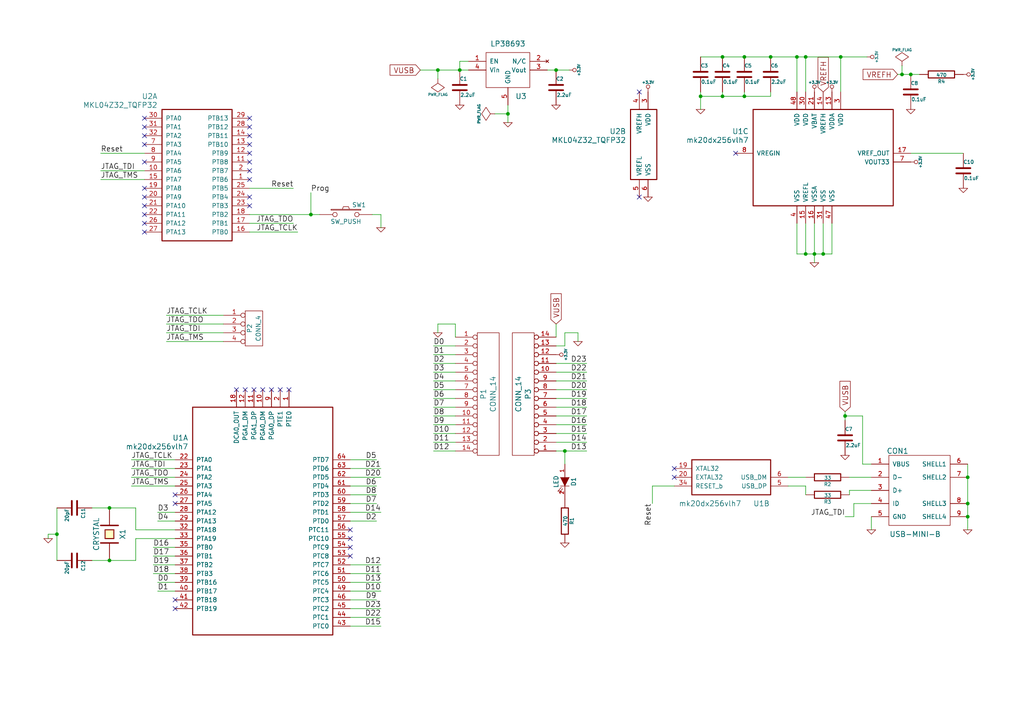
<source format=kicad_sch>
(kicad_sch (version 20230121) (generator eeschema)
  (paper "A4")
  (title_block (title "Custom Teensy") (rev "V1") (company "USST") (comment 1 "Carl Hofmeister"))
  (lib_symbols
    (symbol "CustomTeensy-rescue:+3.3V" (power) (pin_names (offset 0))
      (property "Value" "+3.3V" (at 0 2.794 0))
      (symbol "+3.3V_0_0"
        (pin power_in line (at 0 0 90) (length 0) hide (name "+3.3V") (number "1"))
      )
      (symbol "+3.3V_0_1"
        (polyline (pts (xy 0 0) (xy 0 1.016) (xy 0 1.016)))
        (circle (center 0 1.524) (radius 0.508))
      )
    )
    (symbol "CustomTeensy-rescue:C" (pin_numbers hide) (pin_names (offset 0.254))
      (property "Reference" "C" (at 0 2.54 0))
      (property "Value" "C" (at 0.1524 -2.159 0))
      (symbol "C_0_1"
        (polyline (pts (xy -2.032 -0.762) (xy 2.032 -0.762)) (stroke (width 0.508)))
        (polyline (pts (xy -2.032 0.762) (xy 2.032 0.762)) (stroke (width 0.508)))
      )
      (symbol "C_1_1"
        (pin passive line (at 0 5.08 270) (length 4.318) (name "~") (number "1"))
        (pin passive line (at 0 -5.08 90) (length 4.318) (name "~") (number "2"))
      )
    )
    (symbol "CustomTeensy-rescue:CONN_14" (pin_names (offset 1.016) hide)
      (property "Reference" "P" (at -0.762 0 90))
      (property "Value" "CONN_14" (at 2.032 0 90))
      (symbol "CONN_14_0_1"
        (rectangle (start -2.54 17.78) (end 3.81 -17.78))
      )
      (symbol "CONN_14_1_1"
        (pin passive inverted (at -8.89 16.51 0) (length 6.35) (name "P1") (number "1"))
        (pin passive inverted (at -8.89 -6.35 0) (length 6.35) (name "P10") (number "10"))
        (pin passive inverted (at -8.89 -8.89 0) (length 6.35) (name "P11") (number "11"))
        (pin passive inverted (at -8.89 -11.43 0) (length 6.35) (name "P12") (number "12"))
        (pin passive inverted (at -8.89 -13.97 0) (length 6.35) (name "P13") (number "13"))
        (pin passive inverted (at -8.89 -16.51 0) (length 6.35) (name "P14") (number "14"))
        (pin passive inverted (at -8.89 13.97 0) (length 6.35) (name "P2") (number "2"))
        (pin passive inverted (at -8.89 11.43 0) (length 6.35) (name "P3") (number "3"))
        (pin passive inverted (at -8.89 8.89 0) (length 6.35) (name "P4") (number "4"))
        (pin passive inverted (at -8.89 6.35 0) (length 6.35) (name "P5") (number "5"))
        (pin passive inverted (at -8.89 3.81 0) (length 6.35) (name "P6") (number "6"))
        (pin passive inverted (at -8.89 1.27 0) (length 6.35) (name "P7") (number "7"))
        (pin passive inverted (at -8.89 -1.27 0) (length 6.35) (name "P8") (number "8"))
        (pin passive inverted (at -8.89 -3.81 0) (length 6.35) (name "P9") (number "9"))
      )
    )
    (symbol "CustomTeensy-rescue:CONN_4" (pin_names (offset 1.016) hide)
      (property "Reference" "P" (at -1.27 0 90))
      (property "Value" "CONN_4" (at 1.27 0 90))
      (symbol "CONN_4_0_1"
        (rectangle (start -2.54 5.08) (end 2.54 -5.08))
      )
      (symbol "CONN_4_1_1"
        (pin passive inverted (at -8.89 3.81 0) (length 6.35) (name "P1") (number "1"))
        (pin passive inverted (at -8.89 1.27 0) (length 6.35) (name "P2") (number "2"))
        (pin passive inverted (at -8.89 -1.27 0) (length 6.35) (name "P3") (number "3"))
        (pin passive inverted (at -8.89 -3.81 0) (length 6.35) (name "P4") (number "4"))
      )
    )
    (symbol "CustomTeensy-rescue:CRYSTAL" (pin_numbers hide) (pin_names (offset 1.016) hide)
      (property "Reference" "X" (at 0 3.81 0))
      (property "Value" "CRYSTAL" (at 0 -3.81 0))
      (symbol "CRYSTAL_0_1"
        (polyline (pts (xy -2.54 2.54) (xy -2.54 -2.54)) (stroke (width 0.4064)))
        (polyline (pts (xy 2.54 2.54) (xy 2.54 -2.54)) (stroke (width 0.4064)))
        (polyline (pts (xy -1.27 1.27) (xy 1.27 1.27) (xy 1.27 -1.27) (xy -1.27 -1.27) (xy -1.27 1.27)) (stroke (width 0.3048)) (fill (type background)))
      )
      (symbol "CRYSTAL_1_1"
        (pin passive line (at -7.62 0 0) (length 5.08) (name "1") (number "1"))
        (pin passive line (at 7.62 0 180) (length 5.08) (name "2") (number "2"))
      )
    )
    (symbol "CustomTeensy-rescue:GND" (power) (pin_names (offset 0))
      (symbol "GND_0_1"
        (polyline (pts (xy -1.27 0) (xy 0 -1.27) (xy 1.27 0) (xy -1.27 0)))
      )
      (symbol "GND_1_1"
        (pin power_in line (at 0 0 90) (length 0) hide (name "GND") (number "1"))
      )
    )
    (symbol "CustomTeensy-rescue:LED" (pin_names (offset 1.016) hide)
      (property "Reference" "D" (at 0 2.54 0))
      (property "Value" "LED" (at 0 -2.54 0))
      (symbol "LED_0_1"
        (polyline (pts (xy 1.27 1.27) (xy 1.27 -1.27)))
        (polyline (pts (xy -1.27 1.27) (xy 1.27 0) (xy -1.27 -1.27)) (fill (type outline)))
        (polyline (pts (xy 1.651 -1.016) (xy 2.794 -2.032) (xy 2.667 -1.397)))
        (polyline (pts (xy 2.032 -0.635) (xy 3.175 -1.651) (xy 3.048 -1.016)))
      )
      (symbol "LED_1_1"
        (pin passive line (at -5.08 0 0) (length 3.81) (name "A") (number "1"))
        (pin passive line (at 5.08 0 180) (length 3.81) (name "K") (number "2"))
      )
    )
    (symbol "CustomTeensy-rescue:LP38693" (pin_names (offset 1.016))
      (property "Reference" "U" (at 3.81 -7.62 0))
      (property "Value" "LP38693" (at 0 7.62 0))
      (symbol "LP38693_0_1"
        (rectangle (start -6.35 5.08) (end 6.35 -5.08))
      )
      (symbol "LP38693_1_1"
        (pin power_in line (at -11.43 2.54 0) (length 5.08) (name "EN") (number "1"))
        (pin no_connect line (at 11.43 2.54 180) (length 5.08) (name "N/C") (number "2"))
        (pin power_out line (at 11.43 0 180) (length 5.08) (name "Vout") (number "3"))
        (pin power_in line (at -11.43 0 0) (length 5.08) (name "Vin") (number "4"))
        (pin power_in line (at 0 -10.16 90) (length 5.08) (name "GND") (number "5"))
      )
    )
    (symbol "CustomTeensy-rescue:MKL04Z32_TQFP32" (pin_names (offset 1.016))
      (property "Reference" "U" (at 3.81 6.35 0))
      (property "Value" "MKL04Z32_TQFP32" (at 3.81 3.81 0))
      (symbol "MKL04Z32_TQFP32_1_1"
        (rectangle (start 5.08 2.54) (end 25.4 -35.56) (stroke (width 0.3048)))
        (pin bidirectional line (at 30.48 -17.78 180) (length 5.08) (name "PTB6") (number "1"))
        (pin bidirectional line (at 0 -15.24 0) (length 5.08) (name "PTA6") (number "10"))
        (pin bidirectional line (at 30.48 -12.7 180) (length 5.08) (name "PTB8") (number "11"))
        (pin bidirectional line (at 30.48 -10.16 180) (length 5.08) (name "PTB9") (number "12"))
        (pin bidirectional line (at 30.48 -7.62 180) (length 5.08) (name "PTB10") (number "13"))
        (pin bidirectional line (at 30.48 -5.08 180) (length 5.08) (name "PTB11") (number "14"))
        (pin bidirectional line (at 0 -17.78 0) (length 5.08) (name "PTA7") (number "15"))
        (pin bidirectional line (at 30.48 -33.02 180) (length 5.08) (name "PTB0") (number "16"))
        (pin bidirectional line (at 30.48 -30.48 180) (length 5.08) (name "PTB1") (number "17"))
        (pin bidirectional line (at 30.48 -27.94 180) (length 5.08) (name "PTB2") (number "18"))
        (pin bidirectional line (at 0 -20.32 0) (length 5.08) (name "PTA8") (number "19"))
        (pin bidirectional line (at 30.48 -15.24 180) (length 5.08) (name "PTB7") (number "2"))
        (pin bidirectional line (at 0 -22.86 0) (length 5.08) (name "PTA9") (number "20"))
        (pin bidirectional line (at 0 -25.4 0) (length 5.08) (name "PTA10") (number "21"))
        (pin bidirectional line (at 0 -27.94 0) (length 5.08) (name "PTA11") (number "22"))
        (pin bidirectional line (at 30.48 -25.4 180) (length 5.08) (name "PTB3") (number "23"))
        (pin bidirectional line (at 30.48 -22.86 180) (length 5.08) (name "PTB4") (number "24"))
        (pin bidirectional line (at 30.48 -20.32 180) (length 5.08) (name "PTB5") (number "25"))
        (pin bidirectional line (at 0 -30.48 0) (length 5.08) (name "PTA12") (number "26"))
        (pin bidirectional line (at 0 -33.02 0) (length 5.08) (name "PTA13") (number "27"))
        (pin bidirectional line (at 30.48 -2.54 180) (length 5.08) (name "PTB12") (number "28"))
        (pin bidirectional line (at 30.48 0 180) (length 5.08) (name "PTB13") (number "29"))
        (pin bidirectional line (at 0 0 0) (length 5.08) (name "PTA0") (number "30"))
        (pin bidirectional line (at 0 -2.54 0) (length 5.08) (name "PTA1") (number "31"))
        (pin bidirectional line (at 0 -5.08 0) (length 5.08) (name "PTA2") (number "32"))
        (pin bidirectional line (at 0 -7.62 0) (length 5.08) (name "PTA3") (number "7"))
        (pin bidirectional line (at 0 -10.16 0) (length 5.08) (name "PTA4") (number "8"))
        (pin bidirectional line (at 0 -12.7 0) (length 5.08) (name "PTA5") (number "9"))
      )
      (symbol "MKL04Z32_TQFP32_2_1"
        (rectangle (start 5.08 12.7) (end 12.7 -7.62) (stroke (width 0.3048)))
        (pin power_in line (at 10.16 17.78 270) (length 5.08) (name "VDD") (number "3"))
        (pin power_in line (at 7.62 17.78 270) (length 5.08) (name "VREFH") (number "4"))
        (pin power_in line (at 7.62 -12.7 90) (length 5.08) (name "VREFL") (number "5"))
        (pin power_in line (at 10.16 -12.7 90) (length 5.08) (name "VSS") (number "6"))
      )
    )
    (symbol "CustomTeensy-rescue:PWR_FLAG" (power) (pin_numbers hide) (pin_names (offset 0) hide)
      (property "Value" "PWR_FLAG" (at 0 4.572 0))
      (symbol "PWR_FLAG_0_0"
        (pin power_out line (at 0 0 90) (length 0) (name "pwr") (number "1"))
      )
      (symbol "PWR_FLAG_0_1"
        (polyline (pts (xy 0 0) (xy 0 1.27) (xy -1.905 2.54) (xy 0 3.81) (xy 1.905 2.54) (xy 0 1.27)))
      )
    )
    (symbol "CustomTeensy-rescue:R" (pin_numbers hide) (pin_names (offset 0))
      (property "Reference" "R" (at 2.032 0 90))
      (property "Value" "R" (at 0.1778 0.0254 90))
      (symbol "R_0_1"
        (rectangle (start -1.016 3.81) (end 1.016 -3.81) (stroke (width 0.3048)))
      )
      (symbol "R_1_1"
        (pin passive line (at 0 6.35 270) (length 2.54) (name "~") (number "1"))
        (pin passive line (at 0 -6.35 90) (length 2.54) (name "~") (number "2"))
      )
    )
    (symbol "CustomTeensy-rescue:SW_PUSH" (pin_numbers hide) (pin_names (offset 1.016) hide)
      (property "Reference" "SW" (at 3.81 2.794 0))
      (property "Value" "SW_PUSH" (at 0 -2.032 0))
      (symbol "SW_PUSH_0_1"
        (rectangle (start -4.318 1.27) (end 4.318 1.524))
        (polyline (pts (xy -1.016 1.524) (xy -0.762 2.286) (xy 0.762 2.286) (xy 1.016 1.524)))
        (pin passive inverted (at -7.62 0 0) (length 5.08) (name "1") (number "1"))
        (pin passive inverted (at 7.62 0 180) (length 5.08) (name "2") (number "2"))
      )
    )
    (symbol "CustomTeensy-rescue:USB-MINI-B" (pin_names (offset 1.016))
      (property "Reference" "CON" (at -6.35 11.43 0))
      (property "Value" "USB-MINI-B" (at -1.27 -12.7 0))
      (symbol "USB-MINI-B_0_1"
        (rectangle (start -8.89 10.16) (end 8.89 -10.16))
      )
      (symbol "USB-MINI-B_1_1"
        (pin power_in line (at -13.97 7.62 0) (length 5.08) (name "VBUS") (number "1"))
        (pin bidirectional line (at -13.97 3.81 0) (length 5.08) (name "D-") (number "2"))
        (pin bidirectional line (at -13.97 0 0) (length 5.08) (name "D+") (number "3"))
        (pin bidirectional line (at -13.97 -3.81 0) (length 5.08) (name "ID") (number "4"))
        (pin power_in line (at -13.97 -7.62 0) (length 5.08) (name "GND") (number "5"))
        (pin bidirectional line (at 13.97 7.62 180) (length 5.08) (name "SHELL1") (number "6"))
        (pin bidirectional line (at 13.97 3.81 180) (length 5.08) (name "SHELL2") (number "7"))
        (pin bidirectional line (at 13.97 -3.81 180) (length 5.08) (name "SHELL3") (number "8"))
        (pin bidirectional line (at 13.97 -7.62 180) (length 5.08) (name "SHELL4") (number "9"))
      )
    )
    (symbol "CustomTeensy-rescue:mk20dx256vlh7" (pin_names (offset 1.016))
      (property "Reference" "U" (at 3.81 6.35 0))
      (property "Value" "mk20dx256vlh7" (at 3.81 3.81 0))
      (symbol "mk20dx256vlh7_1_1"
        (rectangle (start 5.08 15.24) (end 45.72 -50.8) (stroke (width 0.3048)))
        (pin bidirectional line (at 33.02 20.32 270) (length 5.08) (name "PTE0") (number "1"))
        (pin bidirectional line (at 25.4 20.32 270) (length 5.08) (name "PGA0_DM") (number "10"))
        (pin bidirectional line (at 22.86 20.32 270) (length 5.08) (name "PGA1_DP") (number "11"))
        (pin bidirectional line (at 20.32 20.32 270) (length 5.08) (name "PGA1_DM") (number "12"))
        (pin bidirectional line (at 17.78 20.32 270) (length 5.08) (name "DCA0_OUT") (number "18"))
        (pin bidirectional line (at 30.48 20.32 270) (length 5.08) (name "PTE1") (number "2"))
        (pin bidirectional line (at 0 0 0) (length 5.08) (name "PTA0") (number "22"))
        (pin bidirectional line (at 0 -2.54 0) (length 5.08) (name "PTA1") (number "23"))
        (pin bidirectional line (at 0 -5.08 0) (length 5.08) (name "PTA2") (number "24"))
        (pin bidirectional line (at 0 -7.62 0) (length 5.08) (name "PTA3") (number "25"))
        (pin bidirectional line (at 0 -10.16 0) (length 5.08) (name "PTA4") (number "26"))
        (pin bidirectional line (at 0 -12.7 0) (length 5.08) (name "PTA5") (number "27"))
        (pin bidirectional line (at 0 -15.24 0) (length 5.08) (name "PTA12") (number "28"))
        (pin bidirectional line (at 0 -17.78 0) (length 5.08) (name "PTA13") (number "29"))
        (pin bidirectional line (at 0 -20.32 0) (length 5.08) (name "PTA18") (number "32"))
        (pin bidirectional line (at 0 -22.86 0) (length 5.08) (name "PTA19") (number "33"))
        (pin bidirectional line (at 0 -25.4 0) (length 5.08) (name "PTB0") (number "35"))
        (pin bidirectional line (at 0 -27.94 0) (length 5.08) (name "PTB1") (number "36"))
        (pin bidirectional line (at 0 -30.48 0) (length 5.08) (name "PTB2") (number "37"))
        (pin bidirectional line (at 0 -33.02 0) (length 5.08) (name "PTB3") (number "38"))
        (pin bidirectional line (at 0 -35.56 0) (length 5.08) (name "PTB16") (number "39"))
        (pin bidirectional line (at 0 -38.1 0) (length 5.08) (name "PTB17") (number "40"))
        (pin bidirectional line (at 0 -40.64 0) (length 5.08) (name "PTB18") (number "41"))
        (pin bidirectional line (at 0 -43.18 0) (length 5.08) (name "PTB19") (number "42"))
        (pin bidirectional line (at 50.8 -48.26 180) (length 5.08) (name "PTC0") (number "43"))
        (pin bidirectional line (at 50.8 -45.72 180) (length 5.08) (name "PTC1") (number "44"))
        (pin bidirectional line (at 50.8 -43.18 180) (length 5.08) (name "PTC2") (number "45"))
        (pin bidirectional line (at 50.8 -40.64 180) (length 5.08) (name "PTC3") (number "46"))
        (pin bidirectional line (at 50.8 -38.1 180) (length 5.08) (name "PTC4") (number "49"))
        (pin bidirectional line (at 50.8 -35.56 180) (length 5.08) (name "PTC5") (number "50"))
        (pin bidirectional line (at 50.8 -33.02 180) (length 5.08) (name "PTC6") (number "51"))
        (pin bidirectional line (at 50.8 -30.48 180) (length 5.08) (name "PTC7") (number "52"))
        (pin bidirectional line (at 50.8 -27.94 180) (length 5.08) (name "PTC8") (number "53"))
        (pin bidirectional line (at 50.8 -25.4 180) (length 5.08) (name "PTC9") (number "54"))
        (pin bidirectional line (at 50.8 -22.86 180) (length 5.08) (name "PTC10") (number "55"))
        (pin bidirectional line (at 50.8 -20.32 180) (length 5.08) (name "PTC11") (number "56"))
        (pin bidirectional line (at 50.8 -17.78 180) (length 5.08) (name "PTD0") (number "57"))
        (pin bidirectional line (at 50.8 -15.24 180) (length 5.08) (name "PTD1") (number "58"))
        (pin bidirectional line (at 50.8 -12.7 180) (length 5.08) (name "PTD2") (number "59"))
        (pin bidirectional line (at 50.8 -10.16 180) (length 5.08) (name "PTD3") (number "60"))
        (pin bidirectional line (at 50.8 -7.62 180) (length 5.08) (name "PTD4") (number "61"))
        (pin bidirectional line (at 50.8 -5.08 180) (length 5.08) (name "PTD5") (number "62"))
        (pin bidirectional line (at 50.8 -2.54 180) (length 5.08) (name "PTD6") (number "63"))
        (pin bidirectional line (at 50.8 0 180) (length 5.08) (name "PTD7") (number "64"))
        (pin bidirectional line (at 27.94 20.32 270) (length 5.08) (name "PGA0_DP") (number "9"))
      )
      (symbol "mk20dx256vlh7_2_1"
        (rectangle (start 5.08 2.54) (end 27.94 -7.62) (stroke (width 0.3048)))
        (pin passive line (at 33.02 -5.08 180) (length 5.08) (name "XTAL32") (number "19"))
        (pin passive line (at 33.02 -2.54 180) (length 5.08) (name "EXTAL32") (number "20"))
        (pin input line (at 33.02 0 180) (length 5.08) (name "RESET_b") (number "34"))
        (pin bidirectional line (at 0 0 0) (length 5.08) (name "USB_DP") (number "5"))
        (pin bidirectional line (at 0 -2.54 0) (length 5.08) (name "USB_DM") (number "6"))
      )
      (symbol "mk20dx256vlh7_3_1"
        (rectangle (start 5.08 12.7) (end 45.72 -15.24) (stroke (width 0.3048)))
        (pin power_in line (at 27.94 17.78 270) (length 5.08) (name "VDDA") (number "13"))
        (pin power_in line (at 25.4 17.78 270) (length 5.08) (name "VREFH") (number "14"))
        (pin power_in line (at 20.32 -20.32 90) (length 5.08) (name "VREFL") (number "15"))
        (pin power_in line (at 22.86 -20.32 90) (length 5.08) (name "VSSA") (number "16"))
        (pin power_out line (at 50.8 0 180) (length 5.08) (name "VREF_OUT") (number "17"))
        (pin power_in line (at 22.86 17.78 270) (length 5.08) (name "VBAT") (number "21"))
        (pin power_in line (at 30.48 17.78 270) (length 5.08) (name "VDD") (number "3"))
        (pin power_in line (at 20.32 17.78 270) (length 5.08) (name "VDD") (number "30"))
        (pin power_in line (at 25.4 -20.32 90) (length 5.08) (name "VSS") (number "31"))
        (pin power_in line (at 17.78 -20.32 90) (length 5.08) (name "VSS") (number "4"))
        (pin power_in line (at 27.94 -20.32 90) (length 5.08) (name "VSS") (number "47"))
        (pin power_in line (at 17.78 17.78 270) (length 5.08) (name "VDD") (number "48"))
        (pin power_in line (at 50.8 -2.54 180) (length 5.08) (name "VOUT33") (number "7"))
        (pin power_in line (at 0 0 0) (length 5.08) (name "VREGIN") (number "8"))
      )
    )
  )
  (junction (at 243.84 16.51))
  (junction (at 280.67 146.05))
  (junction (at 161.29 20.32))
  (junction (at 16.51 154.94))
  (junction (at 147.32 33.02))
  (junction (at 238.76 73.66))
  (junction (at 231.14 16.51))
  (junction (at 215.9 16.51))
  (junction (at 209.55 27.94))
  (junction (at 163.83 130.81))
  (junction (at 245.11 120.65))
  (junction (at 264.16 21.59))
  (junction (at 261.62 21.59))
  (junction (at 31.75 147.32))
  (junction (at 209.55 16.51))
  (junction (at 233.68 73.66))
  (junction (at 203.2 27.94))
  (junction (at 233.68 16.51))
  (junction (at 280.67 149.86))
  (junction (at 133.35 20.32))
  (junction (at 127 20.32))
  (junction (at 280.67 138.43))
  (junction (at 215.9 27.94))
  (junction (at 31.75 162.56))
  (junction (at 236.22 73.66))
  (junction (at 223.52 16.51))
  (junction (at 90.17 62.23))
  (no_connect (at 185.42 26.67))
  (no_connect (at 72.39 41.91))
  (no_connect (at 41.91 54.61))
  (no_connect (at 72.39 36.83))
  (no_connect (at 41.91 64.77))
  (no_connect (at 41.91 41.91))
  (no_connect (at 41.91 46.99))
  (no_connect (at 101.6 153.67))
  (no_connect (at 101.6 158.75))
  (no_connect (at 72.39 49.53))
  (no_connect (at 41.91 34.29))
  (no_connect (at 76.2 113.03))
  (no_connect (at 73.66 113.03))
  (no_connect (at 72.39 44.45))
  (no_connect (at 50.8 146.05))
  (no_connect (at 71.12 113.03))
  (no_connect (at 83.82 113.03))
  (no_connect (at 41.91 36.83))
  (no_connect (at 50.8 143.51))
  (no_connect (at 185.42 57.15))
  (no_connect (at 101.6 161.29))
  (no_connect (at 68.58 113.03))
  (no_connect (at 41.91 39.37))
  (no_connect (at 72.39 46.99))
  (no_connect (at 101.6 156.21))
  (no_connect (at 72.39 34.29))
  (no_connect (at 195.58 138.43))
  (no_connect (at 72.39 52.07))
  (no_connect (at 78.74 113.03))
  (no_connect (at 195.58 135.89))
  (no_connect (at 72.39 57.15))
  (no_connect (at 72.39 59.69))
  (no_connect (at 213.36 44.45))
  (no_connect (at 81.28 113.03))
  (no_connect (at 72.39 39.37))
  (no_connect (at 41.91 57.15))
  (no_connect (at 41.91 59.69))
  (no_connect (at 41.91 67.31))
  (no_connect (at 50.8 173.99))
  (no_connect (at 41.91 62.23))
  (no_connect (at 50.8 176.53))
  (wire (pts (xy 250.19 134.62) (xy 252.73 134.62)))
  (wire (pts (xy 163.83 100.33) (xy 163.83 96.52)))
  (wire (pts (xy 252.73 149.86) (xy 252.73 153.67)))
  (wire (pts (xy 109.22 151.13) (xy 101.6 151.13)))
  (wire (pts (xy 243.84 16.51) (xy 251.46 16.51)))
  (wire (pts (xy 161.29 123.19) (xy 170.18 123.19)))
  (wire (pts (xy 132.08 93.98) (xy 127 93.98)))
  (wire (pts (xy 64.77 91.44) (xy 48.26 91.44)))
  (wire (pts (xy 280.67 134.62) (xy 280.67 138.43)))
  (wire (pts (xy 203.2 27.94) (xy 203.2 31.75)))
  (wire (pts (xy 203.2 27.94) (xy 209.55 27.94)))
  (wire (pts (xy 132.08 97.79) (xy 132.08 93.98)))
  (wire (pts (xy 45.72 171.45) (xy 50.8 171.45)))
  (wire (pts (xy 48.26 99.06) (xy 64.77 99.06)))
  (wire (pts (xy 64.77 96.52) (xy 48.26 96.52)))
  (wire (pts (xy 90.17 62.23) (xy 92.71 62.23)))
  (wire (pts (xy 125.73 123.19) (xy 132.08 123.19)))
  (wire (pts (xy 264.16 21.59) (xy 266.7 21.59)))
  (wire (pts (xy 26.67 162.56) (xy 31.75 162.56)))
  (wire (pts (xy 121.92 20.32) (xy 127 20.32)))
  (wire (pts (xy 161.29 128.27) (xy 170.18 128.27)))
  (wire (pts (xy 132.08 125.73) (xy 125.73 125.73)))
  (wire (pts (xy 39.37 156.21) (xy 50.8 156.21)))
  (wire (pts (xy 16.51 147.32) (xy 16.51 154.94)))
  (wire (pts (xy 163.83 130.81) (xy 170.18 130.81)))
  (wire (pts (xy 45.72 168.91) (xy 50.8 168.91)))
  (wire (pts (xy 85.09 64.77) (xy 72.39 64.77)))
  (wire (pts (xy 127 20.32) (xy 127 22.86)))
  (wire (pts (xy 110.49 176.53) (xy 101.6 176.53)))
  (wire (pts (xy 109.22 140.97) (xy 101.6 140.97)))
  (wire (pts (xy 161.29 100.33) (xy 163.83 100.33)))
  (wire (pts (xy 250.19 120.65) (xy 250.19 134.62)))
  (wire (pts (xy 223.52 27.94) (xy 223.52 26.67)))
  (wire (pts (xy 110.49 62.23) (xy 110.49 66.04)))
  (wire (pts (xy 223.52 16.51) (xy 231.14 16.51)))
  (wire (pts (xy 31.75 162.56) (xy 39.37 162.56)))
  (wire (pts (xy 125.73 113.03) (xy 132.08 113.03)))
  (wire (pts (xy 132.08 105.41) (xy 125.73 105.41)))
  (wire (pts (xy 101.6 166.37) (xy 110.49 166.37)))
  (wire (pts (xy 215.9 16.51) (xy 223.52 16.51)))
  (wire (pts (xy 44.45 163.83) (xy 50.8 163.83)))
  (wire (pts (xy 135.89 17.78) (xy 133.35 17.78)))
  (wire (pts (xy 233.68 64.77) (xy 233.68 73.66)))
  (wire (pts (xy 233.68 26.67) (xy 233.68 16.51)))
  (wire (pts (xy 280.67 146.05) (xy 280.67 149.86)))
  (wire (pts (xy 110.49 163.83) (xy 101.6 163.83)))
  (wire (pts (xy 13.97 154.94) (xy 16.51 154.94)))
  (wire (pts (xy 247.65 146.05) (xy 252.73 146.05)))
  (wire (pts (xy 233.68 140.97) (xy 228.6 140.97)))
  (wire (pts (xy 143.51 33.02) (xy 147.32 33.02)))
  (wire (pts (xy 161.29 20.32) (xy 165.1 20.32)))
  (wire (pts (xy 132.08 120.65) (xy 125.73 120.65)))
  (wire (pts (xy 189.23 140.97) (xy 195.58 140.97)))
  (wire (pts (xy 101.6 179.07) (xy 110.49 179.07)))
  (wire (pts (xy 101.6 138.43) (xy 110.49 138.43)))
  (wire (pts (xy 31.75 147.32) (xy 39.37 147.32)))
  (wire (pts (xy 50.8 161.29) (xy 44.45 161.29)))
  (wire (pts (xy 261.62 21.59) (xy 264.16 21.59)))
  (wire (pts (xy 90.17 55.88) (xy 90.17 62.23)))
  (wire (pts (xy 236.22 73.66) (xy 236.22 76.2)))
  (wire (pts (xy 26.67 147.32) (xy 31.75 147.32)))
  (wire (pts (xy 245.11 120.65) (xy 245.11 121.92)))
  (wire (pts (xy 236.22 73.66) (xy 238.76 73.66)))
  (wire (pts (xy 163.83 130.81) (xy 163.83 134.62)))
  (wire (pts (xy 101.6 133.35) (xy 109.22 133.35)))
  (wire (pts (xy 110.49 148.59) (xy 101.6 148.59)))
  (wire (pts (xy 133.35 17.78) (xy 133.35 20.32)))
  (wire (pts (xy 170.18 125.73) (xy 161.29 125.73)))
  (wire (pts (xy 209.55 27.94) (xy 209.55 26.67)))
  (wire (pts (xy 38.1 135.89) (xy 50.8 135.89)))
  (wire (pts (xy 238.76 73.66) (xy 241.3 73.66)))
  (wire (pts (xy 228.6 138.43) (xy 233.68 138.43)))
  (wire (pts (xy 127 20.32) (xy 133.35 20.32)))
  (wire (pts (xy 39.37 147.32) (xy 39.37 153.67)))
  (wire (pts (xy 215.9 27.94) (xy 223.52 27.94)))
  (wire (pts (xy 132.08 115.57) (xy 125.73 115.57)))
  (wire (pts (xy 245.11 149.86) (xy 247.65 149.86)))
  (wire (pts (xy 110.49 135.89) (xy 101.6 135.89)))
  (wire (pts (xy 147.32 30.48) (xy 147.32 33.02)))
  (wire (pts (xy 132.08 130.81) (xy 125.73 130.81)))
  (wire (pts (xy 163.83 96.52) (xy 167.64 96.52)))
  (wire (pts (xy 161.29 93.98) (xy 161.29 97.79)))
  (wire (pts (xy 203.2 16.51) (xy 209.55 16.51)))
  (wire (pts (xy 125.73 128.27) (xy 132.08 128.27)))
  (wire (pts (xy 72.39 62.23) (xy 90.17 62.23)))
  (wire (pts (xy 161.29 130.81) (xy 163.83 130.81)))
  (wire (pts (xy 125.73 102.87) (xy 132.08 102.87)))
  (wire (pts (xy 170.18 110.49) (xy 161.29 110.49)))
  (wire (pts (xy 161.29 118.11) (xy 170.18 118.11)))
  (wire (pts (xy 101.6 143.51) (xy 109.22 143.51)))
  (wire (pts (xy 39.37 153.67) (xy 50.8 153.67)))
  (wire (pts (xy 38.1 133.35) (xy 50.8 133.35)))
  (wire (pts (xy 189.23 146.05) (xy 189.23 140.97)))
  (wire (pts (xy 125.73 100.33) (xy 132.08 100.33)))
  (wire (pts (xy 29.21 52.07) (xy 41.91 52.07)))
  (wire (pts (xy 167.64 96.52) (xy 167.64 99.06)))
  (wire (pts (xy 170.18 120.65) (xy 161.29 120.65)))
  (wire (pts (xy 127 93.98) (xy 127 96.52)))
  (wire (pts (xy 125.73 107.95) (xy 132.08 107.95)))
  (wire (pts (xy 101.6 173.99) (xy 109.22 173.99)))
  (wire (pts (xy 261.62 19.05) (xy 261.62 21.59)))
  (wire (pts (xy 231.14 73.66) (xy 233.68 73.66)))
  (wire (pts (xy 231.14 16.51) (xy 233.68 16.51)))
  (wire (pts (xy 161.29 107.95) (xy 170.18 107.95)))
  (wire (pts (xy 243.84 16.51) (xy 243.84 26.67)))
  (wire (pts (xy 231.14 64.77) (xy 231.14 73.66)))
  (wire (pts (xy 16.51 154.94) (xy 16.51 162.56)))
  (wire (pts (xy 158.75 20.32) (xy 161.29 20.32)))
  (wire (pts (xy 246.38 138.43) (xy 252.73 138.43)))
  (wire (pts (xy 233.68 16.51) (xy 243.84 16.51)))
  (wire (pts (xy 110.49 171.45) (xy 101.6 171.45)))
  (wire (pts (xy 280.67 138.43) (xy 280.67 146.05)))
  (wire (pts (xy 241.3 73.66) (xy 241.3 64.77)))
  (wire (pts (xy 233.68 73.66) (xy 236.22 73.66)))
  (wire (pts (xy 203.2 26.67) (xy 203.2 27.94)))
  (wire (pts (xy 86.36 67.31) (xy 72.39 67.31)))
  (wire (pts (xy 147.32 33.02) (xy 147.32 35.56)))
  (wire (pts (xy 161.29 113.03) (xy 170.18 113.03)))
  (wire (pts (xy 50.8 148.59) (xy 45.72 148.59)))
  (wire (pts (xy 264.16 44.45) (xy 279.4 44.45)))
  (wire (pts (xy 45.72 151.13) (xy 50.8 151.13)))
  (wire (pts (xy 44.45 158.75) (xy 50.8 158.75)))
  (wire (pts (xy 238.76 73.66) (xy 238.76 64.77)))
  (wire (pts (xy 233.68 143.51) (xy 233.68 140.97)))
  (wire (pts (xy 247.65 149.86) (xy 247.65 146.05)))
  (wire (pts (xy 280.67 149.86) (xy 280.67 153.67)))
  (wire (pts (xy 132.08 110.49) (xy 125.73 110.49)))
  (wire (pts (xy 170.18 115.57) (xy 161.29 115.57)))
  (wire (pts (xy 133.35 20.32) (xy 135.89 20.32)))
  (wire (pts (xy 250.19 120.65) (xy 245.11 120.65)))
  (wire (pts (xy 215.9 27.94) (xy 215.9 26.67)))
  (wire (pts (xy 13.97 156.21) (xy 13.97 154.94)))
  (wire (pts (xy 209.55 16.51) (xy 215.9 16.51)))
  (wire (pts (xy 29.21 44.45) (xy 41.91 44.45)))
  (wire (pts (xy 252.73 142.24) (xy 246.38 142.24)))
  (wire (pts (xy 125.73 118.11) (xy 132.08 118.11)))
  (wire (pts (xy 170.18 105.41) (xy 161.29 105.41)))
  (wire (pts (xy 85.09 54.61) (xy 72.39 54.61)))
  (wire (pts (xy 39.37 162.56) (xy 39.37 156.21)))
  (wire (pts (xy 110.49 168.91) (xy 101.6 168.91)))
  (wire (pts (xy 246.38 142.24) (xy 246.38 143.51)))
  (wire (pts (xy 29.21 49.53) (xy 41.91 49.53)))
  (wire (pts (xy 245.11 119.38) (xy 245.11 120.65)))
  (wire (pts (xy 107.95 62.23) (xy 110.49 62.23)))
  (wire (pts (xy 236.22 64.77) (xy 236.22 73.66)))
  (wire (pts (xy 110.49 181.61) (xy 101.6 181.61)))
  (wire (pts (xy 44.45 166.37) (xy 50.8 166.37)))
  (wire (pts (xy 109.22 146.05) (xy 101.6 146.05)))
  (wire (pts (xy 48.26 93.98) (xy 64.77 93.98)))
  (wire (pts (xy 38.1 138.43) (xy 50.8 138.43)))
  (wire (pts (xy 231.14 26.67) (xy 231.14 16.51)))
  (wire (pts (xy 209.55 27.94) (xy 215.9 27.94)))
  (wire (pts (xy 38.1 140.97) (xy 50.8 140.97)))
  (wire (pts (xy 260.35 21.59) (xy 261.62 21.59)))
  (label "D11" (at 125.73 128.27 0) (effects (font (size 1.524 1.524))))
  (label "D22" (at 170.18 107.95 180) (effects (font (size 1.524 1.524))))
  (label "JTAG_TDO" (at 85.09 64.77 180) (effects (font (size 1.524 1.524))))
  (label "JTAG_TDI" (at 29.21 49.53 0) (effects (font (size 1.524 1.524))))
  (label "D23" (at 170.18 105.41 180) (effects (font (size 1.524 1.524))))
  (label "JTAG_TDI" (at 245.11 149.86 180) (effects (font (size 1.524 1.524))))
  (label "D2" (at 109.22 151.13 180) (effects (font (size 1.524 1.524))))
  (label "D5" (at 125.73 113.03 0) (effects (font (size 1.524 1.524))))
  (label "D15" (at 110.49 181.61 180) (effects (font (size 1.524 1.524))))
  (label "D7" (at 109.22 146.05 180) (effects (font (size 1.524 1.524))))
  (label "D21" (at 170.18 110.49 180) (effects (font (size 1.524 1.524))))
  (label "D5" (at 109.22 133.35 180) (effects (font (size 1.524 1.524))))
  (label "D18" (at 170.18 118.11 180) (effects (font (size 1.524 1.524))))
  (label "D22" (at 110.49 179.07 180) (effects (font (size 1.524 1.524))))
  (label "Reset" (at 85.09 54.61 180) (effects (font (size 1.524 1.524))))
  (label "D21" (at 110.49 135.89 180) (effects (font (size 1.524 1.524))))
  (label "Reset" (at 189.23 146.05 270) (effects (font (size 1.524 1.524))))
  (label "D10" (at 125.73 125.73 0) (effects (font (size 1.524 1.524))))
  (label "D10" (at 110.49 171.45 180) (effects (font (size 1.524 1.524))))
  (label "D19" (at 44.45 163.83 0) (effects (font (size 1.524 1.524))))
  (label "D20" (at 170.18 113.03 180) (effects (font (size 1.524 1.524))))
  (label "JTAG_TMS" (at 48.26 99.06 0) (effects (font (size 1.524 1.524))))
  (label "D23" (at 110.49 176.53 180) (effects (font (size 1.524 1.524))))
  (label "JTAG_TDO" (at 48.26 93.98 0) (effects (font (size 1.524 1.524))))
  (label "D4" (at 125.73 110.49 0) (effects (font (size 1.524 1.524))))
  (label "D20" (at 110.49 138.43 180) (effects (font (size 1.524 1.524))))
  (label "D4" (at 45.72 151.13 0) (effects (font (size 1.524 1.524))))
  (label "D8" (at 125.73 120.65 0) (effects (font (size 1.524 1.524))))
  (label "JTAG_TCLK" (at 48.26 91.44 0) (effects (font (size 1.524 1.524))))
  (label "D13" (at 170.18 130.81 180) (effects (font (size 1.524 1.524))))
  (label "Reset" (at 29.21 44.45 0) (effects (font (size 1.524 1.524))))
  (label "JTAG_TDI" (at 38.1 135.89 0) (effects (font (size 1.524 1.524))))
  (label "JTAG_TMS" (at 38.1 140.97 0) (effects (font (size 1.524 1.524))))
  (label "D13" (at 110.49 168.91 180) (effects (font (size 1.524 1.524))))
  (label "D0" (at 45.72 168.91 0) (effects (font (size 1.524 1.524))))
  (label "D3" (at 45.72 148.59 0) (effects (font (size 1.524 1.524))))
  (label "D2" (at 125.73 105.41 0) (effects (font (size 1.524 1.524))))
  (label "D14" (at 170.18 128.27 180) (effects (font (size 1.524 1.524))))
  (label "D16" (at 44.45 158.75 0) (effects (font (size 1.524 1.524))))
  (label "D18" (at 44.45 166.37 0) (effects (font (size 1.524 1.524))))
  (label "D14" (at 110.49 148.59 180) (effects (font (size 1.524 1.524))))
  (label "JTAG_TDO" (at 38.1 138.43 0) (effects (font (size 1.524 1.524))))
  (label "D7" (at 125.73 118.11 0) (effects (font (size 1.524 1.524))))
  (label "D6" (at 125.73 115.57 0) (effects (font (size 1.524 1.524))))
  (label "D15" (at 170.18 125.73 180) (effects (font (size 1.524 1.524))))
  (label "D3" (at 125.73 107.95 0) (effects (font (size 1.524 1.524))))
  (label "D1" (at 45.72 171.45 0) (effects (font (size 1.524 1.524))))
  (label "D11" (at 110.49 166.37 180) (effects (font (size 1.524 1.524))))
  (label "D17" (at 44.45 161.29 0) (effects (font (size 1.524 1.524))))
  (label "Prog" (at 90.17 55.88 0) (effects (font (size 1.524 1.524))))
  (label "JTAG_TCLK" (at 38.1 133.35 0) (effects (font (size 1.524 1.524))))
  (label "D0" (at 125.73 100.33 0) (effects (font (size 1.524 1.524))))
  (label "D19" (at 170.18 115.57 180) (effects (font (size 1.524 1.524))))
  (label "JTAG_TCLK" (at 86.36 67.31 180) (effects (font (size 1.524 1.524))))
  (label "D6" (at 109.22 140.97 180) (effects (font (size 1.524 1.524))))
  (label "D12" (at 110.49 163.83 180) (effects (font (size 1.524 1.524))))
  (label "D1" (at 125.73 102.87 0) (effects (font (size 1.524 1.524))))
  (label "D8" (at 109.22 143.51 180) (effects (font (size 1.524 1.524))))
  (label "D12" (at 125.73 130.81 0) (effects (font (size 1.524 1.524))))
  (label "D9" (at 109.22 173.99 180) (effects (font (size 1.524 1.524))))
  (label "D16" (at 170.18 123.19 180) (effects (font (size 1.524 1.524))))
  (label "D17" (at 170.18 120.65 180) (effects (font (size 1.524 1.524))))
  (label "JTAG_TDI" (at 48.26 96.52 0) (effects (font (size 1.524 1.524))))
  (label "JTAG_TMS" (at 29.21 52.07 0) (effects (font (size 1.524 1.524))))
  (label "D9" (at 125.73 123.19 0) (effects (font (size 1.524 1.524))))
  (global_label "VUSB" (shape input) (at 121.92 20.32 180) (effects (font (size 1.524 1.524))) (property "Intersheetrefs" "${INTERSHEET_REFS}" (effects hide)))
  (global_label "VREFH" (shape input) (at 238.76 26.67 90) (effects (font (size 1.524 1.524))) (property "Intersheetrefs" "${INTERSHEET_REFS}" (effects hide)))
  (global_label "VUSB" (shape input) (at 245.11 119.38 90) (effects (font (size 1.524 1.524))) (property "Intersheetrefs" "${INTERSHEET_REFS}" (effects hide)))
  (global_label "VREFH" (shape input) (at 260.35 21.59 180) (effects (font (size 1.524 1.524))) (property "Intersheetrefs" "${INTERSHEET_REFS}" (effects hide)))
  (global_label "VUSB" (shape input) (at 161.29 93.98 90) (effects (font (size 1.524 1.524))) (property "Intersheetrefs" "${INTERSHEET_REFS}" (effects hide)))
  (symbol (lib_id "CustomTeensy-rescue:mk20dx256vlh7") (at 50.8 133.35 0) (unit 1)
    (property "Reference" "U1" (at 54.61 127 0) (effects (font (size 1.524 1.524)) (justify right)))
    (property "Value" "mk20dx256vlh7" (at 54.61 129.54 0) (effects (font (size 1.524 1.524)) (justify right)))
    (property "Footprint" "Housings_QFP:LQFP-64_10x10mm_Pitch0.5mm" (effects hide))
  )
  (symbol (lib_id "CustomTeensy-rescue:mk20dx256vlh7") (at 228.6 140.97 180) (unit 2)
    (property "Reference" "U1" (at 218.44 146.05 0) (effects (font (size 1.524 1.524)) (justify right)))
    (property "Value" "mk20dx256vlh7" (at 196.85 146.05 0) (effects (font (size 1.524 1.524)) (justify right)))
    (property "Footprint" "Housings_QFP:LQFP-64_10x10mm_Pitch0.5mm" (effects hide))
  )
  (symbol (lib_id "CustomTeensy-rescue:mk20dx256vlh7") (at 213.36 44.45 0) (unit 3)
    (property "Reference" "U1" (at 217.17 38.1 0) (effects (font (size 1.524 1.524)) (justify right)))
    (property "Value" "mk20dx256vlh7" (at 217.17 40.64 0) (effects (font (size 1.524 1.524)) (justify right)))
    (property "Footprint" "Housings_QFP:LQFP-64_10x10mm_Pitch0.5mm" (effects hide))
  )
  (symbol (lib_id "CustomTeensy-rescue:MKL04Z32_TQFP32") (at 41.91 34.29 0) (unit 1)
    (property "Reference" "U2" (at 45.72 27.94 0) (effects (font (size 1.524 1.524)) (justify right)))
    (property "Value" "MKL04Z32_TQFP32" (at 45.72 30.48 0) (effects (font (size 1.524 1.524)) (justify right)))
    (property "Footprint" "Housings_QFP:TQFP-32_7x7mm_Pitch0.8mm" (effects hide))
  )
  (symbol (lib_id "CustomTeensy-rescue:MKL04Z32_TQFP32") (at 177.8 44.45 0) (unit 2)
    (property "Reference" "U2" (at 181.61 38.1 0) (effects (font (size 1.524 1.524)) (justify right)))
    (property "Value" "MKL04Z32_TQFP32" (at 181.61 40.64 0) (effects (font (size 1.524 1.524)) (justify right)))
    (property "Footprint" "Housings_QFP:TQFP-32_7x7mm_Pitch0.8mm" (effects hide))
  )
  (symbol (lib_id "CustomTeensy-rescue:C") (at 279.4 49.53 0) (unit 1)
    (property "Reference" "C10" (at 279.4 46.99 0) (effects (font (size 1.016 1.016)) (justify left)))
    (property "Value" "0.1uF" (at 279.5524 51.689 0) (effects (font (size 1.016 1.016)) (justify left)))
    (property "Footprint" "Capacitors_SMD:C_0805" (effects hide))
  )
  (symbol (lib_id "CustomTeensy-rescue:+3.3V") (at 187.96 26.67 0) (unit 1)
    (property "Reference" "#PWR01" (effects hide))
    (property "Value" "+3.3V" (at 187.96 23.876 0) (effects (font (size 0.762 0.762))))
  )
  (symbol (lib_id "CustomTeensy-rescue:+3.3V") (at 251.46 16.51 270) (unit 1)
    (property "Reference" "#PWR02" (effects hide))
    (property "Value" "+3.3V" (at 254.254 16.51 0) (effects (font (size 0.762 0.762))))
  )
  (symbol (lib_id "CustomTeensy-rescue:+3.3V") (at 264.16 46.99 270) (unit 1)
    (property "Reference" "#PWR03" (effects hide))
    (property "Value" "+3.3V" (at 266.954 46.99 0) (effects (font (size 0.762 0.762))))
  )
  (symbol (lib_id "CustomTeensy-rescue:GND") (at 236.22 76.2 0) (unit 1)
    (property "Reference" "#PWR04" (effects hide))
    (property "Value" "GND" (effects hide))
  )
  (symbol (lib_id "CustomTeensy-rescue:GND") (at 187.96 57.15 0) (unit 1)
    (property "Reference" "#PWR05" (effects hide))
    (property "Value" "GND" (effects hide))
  )
  (symbol (lib_id "CustomTeensy-rescue:GND") (at 279.4 54.61 0) (unit 1)
    (property "Reference" "#PWR06" (effects hide))
    (property "Value" "GND" (effects hide))
  )
  (symbol (lib_id "CustomTeensy-rescue:+3.3V") (at 165.1 20.32 270) (unit 1)
    (property "Reference" "#PWR07" (effects hide))
    (property "Value" "+3.3V" (at 167.894 20.32 0) (effects (font (size 0.762 0.762))))
  )
  (symbol (lib_id "CustomTeensy-rescue:GND") (at 147.32 35.56 0) (unit 1)
    (property "Reference" "#PWR08" (effects hide))
    (property "Value" "GND" (effects hide))
  )
  (symbol (lib_id "CustomTeensy-rescue:C") (at 161.29 25.4 0) (unit 1)
    (property "Reference" "C2" (at 161.29 22.86 0) (effects (font (size 1.016 1.016)) (justify left)))
    (property "Value" "2.2uF" (at 161.4424 27.559 0) (effects (font (size 1.016 1.016)) (justify left)))
    (property "Footprint" "Capacitors_SMD:C_0805" (effects hide))
  )
  (symbol (lib_id "CustomTeensy-rescue:C") (at 133.35 25.4 0) (unit 1)
    (property "Reference" "C1" (at 133.35 22.86 0) (effects (font (size 1.016 1.016)) (justify left)))
    (property "Value" "2.2uF" (at 133.5024 27.559 0) (effects (font (size 1.016 1.016)) (justify left)))
    (property "Footprint" "Capacitors_SMD:C_0805" (effects hide))
  )
  (symbol (lib_id "CustomTeensy-rescue:GND") (at 161.29 30.48 0) (unit 1)
    (property "Reference" "#PWR09" (effects hide))
    (property "Value" "GND" (effects hide))
  )
  (symbol (lib_id "CustomTeensy-rescue:GND") (at 133.35 30.48 0) (unit 1)
    (property "Reference" "#PWR010" (effects hide))
    (property "Value" "GND" (effects hide))
  )
  (symbol (lib_id "CustomTeensy-rescue:C") (at 223.52 21.59 0) (unit 1)
    (property "Reference" "C6" (at 223.52 19.05 0) (effects (font (size 1.016 1.016)) (justify left)))
    (property "Value" "2.2uF" (at 223.6724 23.749 0) (effects (font (size 1.016 1.016)) (justify left)))
    (property "Footprint" "Capacitors_SMD:C_0805" (effects hide))
  )
  (symbol (lib_id "CustomTeensy-rescue:GND") (at 203.2 31.75 0) (unit 1)
    (property "Reference" "#PWR011" (effects hide))
    (property "Value" "GND" (effects hide))
  )
  (symbol (lib_id "CustomTeensy-rescue:C") (at 215.9 21.59 0) (unit 1)
    (property "Reference" "C5" (at 215.9 19.05 0) (effects (font (size 1.016 1.016)) (justify left)))
    (property "Value" "0.1uF" (at 216.0524 23.749 0) (effects (font (size 1.016 1.016)) (justify left)))
    (property "Footprint" "Capacitors_SMD:C_0805" (effects hide))
  )
  (symbol (lib_id "CustomTeensy-rescue:C") (at 209.55 21.59 0) (unit 1)
    (property "Reference" "C4" (at 209.55 19.05 0) (effects (font (size 1.016 1.016)) (justify left)))
    (property "Value" "0.1uF" (at 209.7024 23.749 0) (effects (font (size 1.016 1.016)) (justify left)))
    (property "Footprint" "Capacitors_SMD:C_0805" (effects hide))
  )
  (symbol (lib_id "CustomTeensy-rescue:C") (at 203.2 21.59 0) (unit 1)
    (property "Reference" "C3" (at 203.2 19.05 0) (effects (font (size 1.016 1.016)) (justify left)))
    (property "Value" "0.1uF" (at 203.3524 23.749 0) (effects (font (size 1.016 1.016)) (justify left)))
    (property "Footprint" "Capacitors_SMD:C_0805" (effects hide))
  )
  (symbol (lib_id "CustomTeensy-rescue:C") (at 264.16 26.67 0) (unit 1)
    (property "Reference" "C8" (at 264.16 24.13 0) (effects (font (size 1.016 1.016)) (justify left)))
    (property "Value" "0.1uF" (at 264.3124 28.829 0) (effects (font (size 1.016 1.016)) (justify left)))
    (property "Footprint" "Capacitors_SMD:C_0805" (effects hide))
  )
  (symbol (lib_id "CustomTeensy-rescue:R") (at 273.05 21.59 270) (unit 1)
    (property "Reference" "R4" (at 273.05 23.622 90) (effects (font (size 1.016 1.016))))
    (property "Value" "470" (at 273.0754 21.7678 90) (effects (font (size 1.016 1.016))))
    (property "Footprint" "Resistors_SMD:R_0805" (effects hide))
  )
  (symbol (lib_id "CustomTeensy-rescue:GND") (at 264.16 31.75 0) (unit 1)
    (property "Reference" "#PWR012" (effects hide))
    (property "Value" "GND" (effects hide))
  )
  (symbol (lib_id "CustomTeensy-rescue:+3.3V") (at 241.3 26.67 0) (unit 1)
    (property "Reference" "#PWR013" (effects hide))
    (property "Value" "+3.3V" (at 241.3 23.876 0) (effects (font (size 0.762 0.762))))
  )
  (symbol (lib_id "CustomTeensy-rescue:+3.3V") (at 279.4 21.59 270) (unit 1)
    (property "Reference" "#PWR014" (effects hide))
    (property "Value" "+3.3V" (at 282.194 21.59 0) (effects (font (size 0.762 0.762))))
  )
  (symbol (lib_id "CustomTeensy-rescue:USB-MINI-B") (at 266.7 142.24 0) (unit 1)
    (property "Reference" "CON1" (at 260.35 130.81 0) (effects (font (size 1.524 1.524))))
    (property "Value" "USB-MINI-B" (at 265.43 154.94 0) (effects (font (size 1.524 1.524))))
    (property "Footprint" "Connect:USB_Mini-B" (effects hide))
  )
  (symbol (lib_id "CustomTeensy-rescue:R") (at 240.03 138.43 270) (unit 1)
    (property "Reference" "R2" (at 240.03 140.462 90) (effects (font (size 1.016 1.016))))
    (property "Value" "33" (at 240.0554 138.6078 90) (effects (font (size 1.016 1.016))))
    (property "Footprint" "Resistors_SMD:R_0805" (effects hide))
  )
  (symbol (lib_id "CustomTeensy-rescue:R") (at 240.03 143.51 270) (unit 1)
    (property "Reference" "R3" (at 240.03 145.542 90) (effects (font (size 1.016 1.016))))
    (property "Value" "33" (at 240.0554 143.6878 90) (effects (font (size 1.016 1.016))))
    (property "Footprint" "Resistors_SMD:R_0805" (effects hide))
  )
  (symbol (lib_id "CustomTeensy-rescue:GND") (at 252.73 153.67 0) (unit 1)
    (property "Reference" "#PWR015" (effects hide))
    (property "Value" "GND" (effects hide))
  )
  (symbol (lib_id "CustomTeensy-rescue:GND") (at 280.67 153.67 0) (unit 1)
    (property "Reference" "#PWR016" (effects hide))
    (property "Value" "GND" (effects hide))
  )
  (symbol (lib_id "CustomTeensy-rescue:SW_PUSH") (at 100.33 62.23 0) (unit 1)
    (property "Reference" "SW1" (at 104.14 59.436 0))
    (property "Value" "SW_PUSH" (at 100.33 64.262 0))
    (property "Footprint" "USST-footprints:Sparkfun_SMT_push_button" (effects hide))
  )
  (symbol (lib_id "CustomTeensy-rescue:GND") (at 110.49 66.04 0) (unit 1)
    (property "Reference" "#PWR017" (effects hide))
    (property "Value" "GND" (effects hide))
  )
  (symbol (lib_id "CustomTeensy-rescue:LP38693") (at 147.32 20.32 0) (unit 1)
    (property "Reference" "U3" (at 151.13 27.94 0) (effects (font (size 1.524 1.524))))
    (property "Value" "LP38693" (at 147.32 12.7 0) (effects (font (size 1.524 1.524))))
    (property "Footprint" "USST-footprints:SOT-223_5-pin" (effects hide))
  )
  (symbol (lib_id "CustomTeensy-rescue:C") (at 245.11 127 0) (unit 1)
    (property "Reference" "C7" (at 245.11 124.46 0) (effects (font (size 1.016 1.016)) (justify left)))
    (property "Value" "2.2uF" (at 245.2624 129.159 0) (effects (font (size 1.016 1.016)) (justify left)))
    (property "Footprint" "Capacitors_SMD:C_0805" (effects hide))
  )
  (symbol (lib_id "CustomTeensy-rescue:GND") (at 245.11 132.08 0) (unit 1)
    (property "Reference" "#PWR018" (effects hide))
    (property "Value" "GND" (effects hide))
  )
  (symbol (lib_id "CustomTeensy-rescue:CONN_4") (at 73.66 95.25 0) (unit 1)
    (property "Reference" "P2" (at 72.39 95.25 90))
    (property "Value" "CONN_4" (at 74.93 95.25 90))
    (property "Footprint" "Pin_Headers:Pin_Header_Straight_1x04" (effects hide))
  )
  (symbol (lib_id "CustomTeensy-rescue:CONN_14") (at 140.97 114.3 0) (unit 1)
    (property "Reference" "P1" (at 140.208 114.3 90) (effects (font (size 1.524 1.524))))
    (property "Value" "CONN_14" (at 143.002 114.3 90) (effects (font (size 1.524 1.524))))
    (property "Footprint" "Pin_Headers:Pin_Header_Straight_1x14" (effects hide))
  )
  (symbol (lib_id "CustomTeensy-rescue:CONN_14") (at 152.4 114.3 180) (unit 1)
    (property "Reference" "P3" (at 153.162 114.3 90) (effects (font (size 1.524 1.524))))
    (property "Value" "CONN_14" (at 150.368 114.3 90) (effects (font (size 1.524 1.524))))
    (property "Footprint" "Pin_Headers:Pin_Header_Straight_1x14" (effects hide))
  )
  (symbol (lib_id "CustomTeensy-rescue:GND") (at 127 96.52 0) (unit 1)
    (property "Reference" "#PWR019" (effects hide))
    (property "Value" "GND" (effects hide))
  )
  (symbol (lib_id "CustomTeensy-rescue:+3.3V") (at 161.29 102.87 270) (unit 1)
    (property "Reference" "#PWR020" (effects hide))
    (property "Value" "+3.3V" (at 164.084 102.87 0) (effects (font (size 0.762 0.762))))
  )
  (symbol (lib_id "CustomTeensy-rescue:GND") (at 167.64 99.06 0) (unit 1)
    (property "Reference" "#PWR021" (effects hide))
    (property "Value" "GND" (effects hide))
  )
  (symbol (lib_id "CustomTeensy-rescue:LED") (at 163.83 139.7 270) (unit 1)
    (property "Reference" "D1" (at 166.37 139.7 0))
    (property "Value" "LED" (at 161.29 139.7 0))
    (property "Footprint" "LEDs:LED_0805" (effects hide))
  )
  (symbol (lib_id "CustomTeensy-rescue:R") (at 163.83 151.13 0) (unit 1)
    (property "Reference" "R1" (at 165.862 151.13 90) (effects (font (size 1.016 1.016))))
    (property "Value" "470" (at 164.0078 151.1046 90) (effects (font (size 1.016 1.016))))
    (property "Footprint" "Resistors_SMD:R_0805" (effects hide))
  )
  (symbol (lib_id "CustomTeensy-rescue:GND") (at 163.83 157.48 0) (unit 1)
    (property "Reference" "#PWR022" (effects hide))
    (property "Value" "GND" (effects hide))
  )
  (symbol (lib_id "CustomTeensy-rescue:PWR_FLAG") (at 127 22.86 180) (unit 1)
    (property "Reference" "#FLG023" (effects hide))
    (property "Value" "PWR_FLAG" (at 127 27.432 0) (effects (font (size 0.762 0.762))))
  )
  (symbol (lib_id "CustomTeensy-rescue:PWR_FLAG") (at 143.51 33.02 90) (unit 1)
    (property "Reference" "#FLG024" (effects hide))
    (property "Value" "PWR_FLAG" (at 138.938 33.02 0) (effects (font (size 0.762 0.762))))
  )
  (symbol (lib_id "CustomTeensy-rescue:PWR_FLAG") (at 261.62 19.05 0) (unit 1)
    (property "Reference" "#FLG025" (effects hide))
    (property "Value" "PWR_FLAG" (at 261.62 14.478 0) (effects (font (size 0.762 0.762))))
  )
  (symbol (lib_id "CustomTeensy-rescue:CRYSTAL") (at 31.75 154.94 270) (unit 1)
    (property "Reference" "X1" (at 35.56 154.94 0) (effects (font (size 1.524 1.524))))
    (property "Value" "CRYSTAL" (at 27.94 154.94 0) (effects (font (size 1.524 1.524))))
    (property "Footprint" "USST-footprints:ABM3_SMD_crystal" (effects hide))
  )
  (symbol (lib_id "CustomTeensy-rescue:C") (at 21.59 147.32 270) (unit 1)
    (property "Reference" "C11" (at 24.13 147.32 0) (effects (font (size 1.016 1.016)) (justify left)))
    (property "Value" "20pF" (at 19.431 147.4724 0) (effects (font (size 1.016 1.016)) (justify left)))
    (property "Footprint" "Capacitors_SMD:C_0805" (effects hide))
  )
  (symbol (lib_id "CustomTeensy-rescue:C") (at 21.59 162.56 270) (unit 1)
    (property "Reference" "C12" (at 24.13 162.56 0) (effects (font (size 1.016 1.016)) (justify left)))
    (property "Value" "20pF" (at 19.431 162.7124 0) (effects (font (size 1.016 1.016)) (justify left)))
    (property "Footprint" "Capacitors_SMD:C_0805" (effects hide))
  )
  (symbol (lib_id "CustomTeensy-rescue:GND") (at 13.97 156.21 0) (unit 1)
    (property "Reference" "#PWR026" (effects hide))
    (property "Value" "GND" (effects hide))
  )
  (symbol (lib_id "CustomTeensy-rescue:+3.3V") (at 236.22 26.67 0) (unit 1)
    (property "Reference" "#PWR027" (effects hide))
    (property "Value" "+3.3V" (at 236.22 23.876 0) (effects (font (size 0.762 0.762))))
  )
)
</source>
